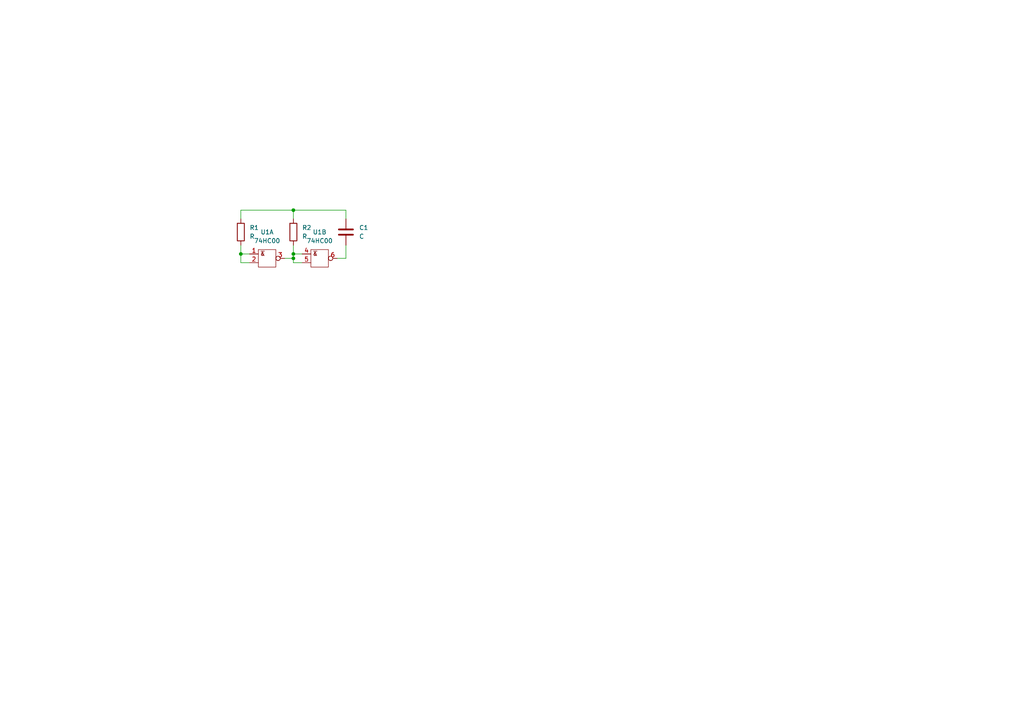
<source format=kicad_sch>
(kicad_sch (version 20231120) (generator "eeschema") (generator_version "8.0")
  (paper "A4")
  (lib_symbols
    (symbol "74IEC:74HC00" (pin_names (offset 1.016) hide)
      (property "Reference" "U" (at 0 3.81 0))
      (property "Value" "74HC00" (at 0 -3.81 0))
      (symbol "74HC00_0_0"
        (rectangle (start -2.54 -2.54) (end 2.54 2.54))
        (text "~{&}" (at -1.27 1.27 0) (effects (font (size 1 1))))
      )
      (symbol "74HC00_0_1"
        (pin power_in line (at 2.54 2.54 180) (length 0) hide (name "VCC") (number "14"))
        (pin power_in line (at 2.54 -2.54 180) (length 0) hide (name "GND") (number "7"))
      )
      (symbol "74HC00_1_1"
        (pin input line (at -5.08 1.27 0) (length 2.54) (name "A") (number "1"))
        (pin input line (at -5.08 -1.27 0) (length 2.54) (name "B") (number "2"))
        (pin output inverted (at 5.08 0 180) (length 2.54) (name "~{Y}") (number "3"))
      )
      (symbol "74HC00_2_1"
        (pin input line (at -5.08 1.27 0) (length 2.54) (name "A") (number "4"))
        (pin input line (at -5.08 -1.27 0) (length 2.54) (name "B") (number "5"))
        (pin output inverted (at 5.08 0 180) (length 2.54) (name "~{Y}") (number "6"))
      )
      (symbol "74HC00_3_1"
        (pin input line (at -5.08 -1.27 0) (length 2.54) (name "B") (number "10"))
        (pin output inverted (at 5.08 0 180) (length 2.54) (name "~{Y}") (number "8"))
        (pin input line (at -5.08 1.27 0) (length 2.54) (name "A") (number "9"))
      )
      (symbol "74HC00_4_1"
        (pin output inverted (at 5.08 0 180) (length 2.54) (name "~{Y}") (number "11"))
        (pin input line (at -5.08 1.27 0) (length 2.54) (name "A") (number "12"))
        (pin input line (at -5.08 -1.27 0) (length 2.54) (name "B") (number "13"))
      )
    )
    (symbol "Device:C" (pin_numbers hide) (pin_names (offset 0.254))
      (property "Reference" "C" (at 0.635 2.54 0))
      (property "Value" "C" (at 0.635 -2.54 0))
      (symbol "C_0_1"
        (polyline (pts (xy -2.032 -0.762) (xy 2.032 -0.762)) (stroke (width 0.508)))
        (polyline (pts (xy -2.032 0.762) (xy 2.032 0.762)) (stroke (width 0.508)))
      )
      (symbol "C_1_1"
        (pin passive line (at 0 3.81 270) (length 2.794) (name "~") (number "1"))
        (pin passive line (at 0 -3.81 90) (length 2.794) (name "~") (number "2"))
      )
    )
    (symbol "Device:R" (pin_numbers hide) (pin_names (offset 0))
      (property "Reference" "R" (at 2.032 0 90))
      (property "Value" "R" (at 0 0 90))
      (symbol "R_0_1"
        (rectangle (start -1.016 -2.54) (end 1.016 2.54) (stroke (width 0.254)))
      )
      (symbol "R_1_1"
        (pin passive line (at 0 3.81 270) (length 1.27) (name "~") (number "1"))
        (pin passive line (at 0 -3.81 90) (length 1.27) (name "~") (number "2"))
      )
    )
  )
  (junction (at 85.09 74.93))
  (junction (at 85.09 73.66))
  (junction (at 85.09 60.96))
  (junction (at 69.85 73.66))
  (wire (pts (xy 85.09 60.96) (xy 85.09 63.5)))
  (wire (pts (xy 85.09 71.12) (xy 85.09 73.66)))
  (wire (pts (xy 69.85 76.2) (xy 72.39 76.2)))
  (wire (pts (xy 85.09 73.66) (xy 87.63 73.66)))
  (wire (pts (xy 85.09 74.93) (xy 85.09 76.2)))
  (wire (pts (xy 85.09 60.96) (xy 100.33 60.96)))
  (wire (pts (xy 69.85 71.12) (xy 69.85 73.66)))
  (wire (pts (xy 100.33 71.12) (xy 100.33 74.93)))
  (wire (pts (xy 97.79 74.93) (xy 100.33 74.93)))
  (wire (pts (xy 69.85 73.66) (xy 72.39 73.66)))
  (wire (pts (xy 82.55 74.93) (xy 85.09 74.93)))
  (wire (pts (xy 100.33 60.96) (xy 100.33 63.5)))
  (wire (pts (xy 69.85 63.5) (xy 69.85 60.96)))
  (wire (pts (xy 85.09 76.2) (xy 87.63 76.2)))
  (wire (pts (xy 85.09 74.93) (xy 85.09 73.66)))
  (wire (pts (xy 69.85 73.66) (xy 69.85 76.2)))
  (wire (pts (xy 69.85 60.96) (xy 85.09 60.96)))
  (symbol (lib_id "Device:R") (at 69.85 67.31 0) (unit 1)
    (property "Reference" "R1" (at 72.39 66.0399 0) (effects (justify left)))
    (property "Value" "R" (at 72.39 68.5799 0) (effects (justify left)))
    (property "Footprint" "Resistor_SMD:R_0805_2012Metric_Pad1.20x1.40mm_HandSolder" (effects (hide yes)))
    (property "Description" "Resistor" (effects (hide yes)))
  )
  (symbol (lib_id "Device:R") (at 85.09 67.31 0) (unit 1)
    (property "Reference" "R2" (at 87.63 66.0399 0) (effects (justify left)))
    (property "Value" "R" (at 87.63 68.5799 0) (effects (justify left)))
    (property "Footprint" "Resistor_SMD:R_0805_2012Metric_Pad1.20x1.40mm_HandSolder" (effects (hide yes)))
    (property "Description" "Resistor" (effects (hide yes)))
  )
  (symbol (lib_id "Device:C") (at 100.33 67.31 0) (unit 1)
    (property "Reference" "C1" (at 104.14 66.0399 0) (effects (justify left)))
    (property "Value" "C" (at 104.14 68.5799 0) (effects (justify left)))
    (property "Footprint" "Capacitor_SMD:C_0805_2012Metric_Pad1.18x1.45mm_HandSolder" (effects (hide yes)))
    (property "Description" "Unpolarized capacitor" (effects (hide yes)))
  )
  (symbol (lib_id "74IEC:74HC00") (at 92.71 74.93 0) (unit 2)
    (property "Reference" "U1" (at 92.71 67.31 0))
    (property "Value" "74HC00" (at 92.71 69.85 0))
    (property "Datasheet" "https://www.ti.com/lit/ug/scyd013b/scyd013b.pdf" (effects (hide yes)))
    (property "Description" "Quadruple 2-Input Positive-NAND Gates" (effects (hide yes)))
  )
  (symbol (lib_id "74IEC:74HC00") (at 77.47 74.93 0) (unit 1)
    (property "Reference" "U1" (at 77.47 67.31 0))
    (property "Value" "74HC00" (at 77.47 69.85 0))
    (property "Footprint" "Package_SO:SOIC-14_3.9x8.7mm_P1.27mm" (effects (hide yes)))
    (property "Datasheet" "https://www.ti.com/lit/ug/scyd013b/scyd013b.pdf" (effects (hide yes)))
    (property "Description" "Quadruple 2-Input Positive-NAND Gates" (effects (hide yes)))
  )
)
</source>
